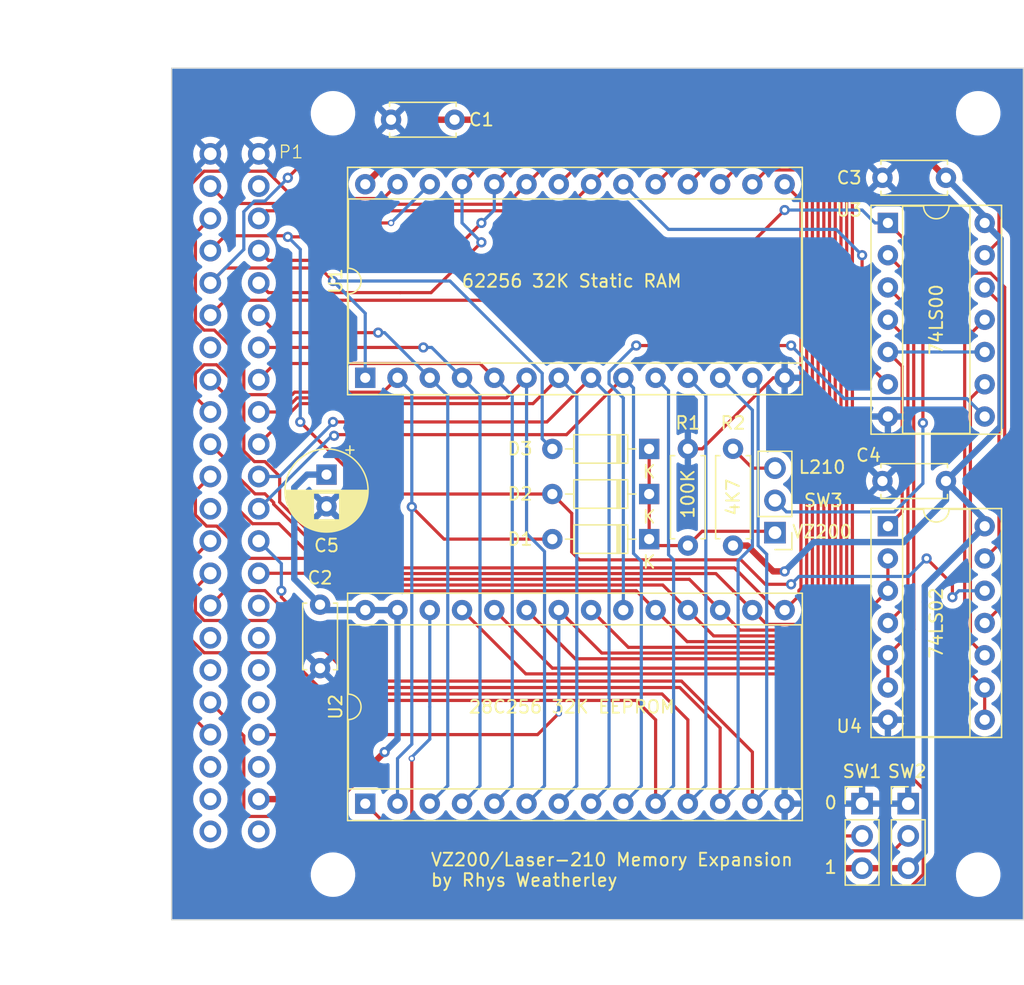
<source format=kicad_pcb>
(kicad_pcb (version 20221018) (generator pcbnew)
  (layers (0 "F.Cu" signal) (31 "B.Cu" signal) (34 "B.Paste" user) (35 "F.Paste" user) (36 "B.SilkS" user "B.Silkscreen") (37 "F.SilkS" user "F.Silkscreen") (38 "B.Mask" user) (39 "F.Mask" user) (44 "Edge.Cuts" user))
  (net 0 "")
  (net 1 "+5V")
  (net 2 "GND")
  (net 3 "Net-(D1-K)")
  (net 4 "/A12")
  (net 5 "/A13")
  (net 6 "/A14")
  (net 8 "/A10")
  (net 9 "/A9")
  (net 10 "/A8")
  (net 11 "/A7")
  (net 12 "/A6")
  (net 13 "/A5")
  (net 14 "/A4")
  (net 15 "/A3")
  (net 16 "/A2")
  (net 17 "/A1")
  (net 18 "/D2")
  (net 19 "/D7")
  (net 24 "~{RD}")
  (net 27 "/A11")
  (net 28 "/A15")
  (net 30 "/D4")
  (net 31 "/D3")
  (net 32 "/D5")
  (net 33 "/D6")
  (net 35 "/A0")
  (net 36 "/D0")
  (net 37 "/D1")
  (net 40 "~{MREQ}")
  (net 41 "~{WR}")
  (net 43 "+9V")
  (net 45 "Net-(SW3-C)")
  (net 46 "Net-(SW1-B)")
  (net 47 "Net-(SW2-B)")
  (net 48 "Net-(SW3-B)")
  (net 49 "RAM_CS")
  (net 50 "ROM_CS")
  (net 51 "Net-(U3-Pad3)")
  (net 52 "Net-(U3-Pad4)")
  (net 53 "Net-(U3-Pad10)")
  (net 54 "Net-(U3-Pad9)")
  (net 55 "Net-(U3-Pad11)")
  (net 56 "Net-(U3-Pad12)")
  (footprint "VZ200_Cartridge_Port:VZ200_Cartridge_Port" (layer "F.Cu") (at 108.453759 57.046)
    (fp_text reference "P1")
    (fp_text value "Cartridge Port")
  )
  (footprint "MountingHole:MountingHole_3mm" (layer "F.Cu") (at 162.56 58.928)
    (fp_text reference "H3" hide)
    (fp_text value "3mm")
  )
  (footprint "Package_DIP:DIP-14_W7.62mm_Socket" (layer "F.Cu") (at 155.448 91.44)
    (fp_text reference "U4")
    (fp_text value "74LS02")
  )
  (footprint "Connector_PinHeader_2.54mm:PinHeader_1x03_P2.54mm_Vertical" (layer "F.Cu") (at 153.416 113.284)
    (fp_text reference "SW1")
    (fp_text value "ROM A13")
  )
  (footprint "Package_DIP:DIP-14_W7.62mm_Socket" (layer "F.Cu") (at 155.448 67.564)
    (fp_text reference "U3")
    (fp_text value "74LS00")
  )
  (footprint "Diode_THT:D_DO-35_SOD27_P7.62mm_Horizontal" (layer "F.Cu") (at 136.652 92.456 180)
    (fp_text reference "D1")
    (fp_text value "BAT42")
  )
  (footprint "Diode_THT:D_DO-35_SOD27_P7.62mm_Horizontal" (layer "F.Cu") (at 136.652 88.906 180)
    (fp_text reference "D2")
    (fp_text value "BAT42")
  )
  (footprint "MountingHole:MountingHole_3mm" (layer "F.Cu") (at 111.76 118.872)
    (fp_text reference "H1" hide)
    (fp_text value "3mm")
  )
  (footprint "Capacitor_THT:C_Disc_D5.0mm_W2.5mm_P5.00mm" (layer "F.Cu") (at 160.02 87.884 180)
    (fp_text reference "C4")
    (fp_text value "100nF")
  )
  (footprint "Diode_THT:D_DO-35_SOD27_P7.62mm_Horizontal" (layer "F.Cu") (at 136.652 85.356 180)
    (fp_text reference "D3")
    (fp_text value "BAT42")
  )
  (footprint "Connector_PinHeader_2.54mm:PinHeader_1x03_P2.54mm_Vertical" (layer "F.Cu") (at 157.05 113.284)
    (fp_text reference "SW2")
    (fp_text value "ROM A14")
  )
  (footprint "Connector_PinHeader_2.54mm:PinHeader_1x03_P2.54mm_Vertical" (layer "F.Cu") (at 146.558 91.948 180)
    (fp_text reference "SW3")
    (fp_text value "RAM Start")
  )
  (footprint "Capacitor_THT:C_Disc_D5.0mm_W2.5mm_P5.00mm" (layer "F.Cu") (at 160.02 64.008 180)
    (fp_text reference "C3")
    (fp_text value "100nF")
  )
  (footprint "Capacitor_THT:CP_Radial_D6.3mm_P2.50mm" (layer "F.Cu") (at 111.252 87.376 -90)
    (fp_text reference "C5")
    (fp_text value "47uF")
  )
  (footprint "Resistor_THT:R_Axial_DIN0207_L6.3mm_D2.5mm_P7.62mm_Horizontal" (layer "F.Cu") (at 139.7 92.964 90)
    (fp_text reference "R1")
    (fp_text value "100K")
  )
  (footprint "MountingHole:MountingHole_3mm" (layer "F.Cu") (at 162.56 118.872)
    (fp_text reference "H4" hide)
    (fp_text value "3mm")
  )
  (footprint "Resistor_THT:R_Axial_DIN0207_L6.3mm_D2.5mm_P7.62mm_Horizontal" (layer "F.Cu") (at 143.256 92.964 90)
    (fp_text reference "R2")
    (fp_text value "4K7")
  )
  (footprint "Package_DIP:DIP-28_W15.24mm_Socket" (layer "F.Cu") (at 114.3 113.284 90)
    (fp_text reference "U2")
    (fp_text value "28C256 32K EEPROM")
  )
  (footprint "Package_DIP:DIP-28_W15.24mm_Socket" (layer "F.Cu") (at 114.3 79.756 90)
    (fp_text reference "U1")
    (fp_text value "62256 32K Static RAM")
  )
  (footprint "Capacitor_THT:C_Disc_D5.0mm_W2.5mm_P5.00mm" (layer "F.Cu") (at 121.332 59.436 180)
    (fp_text reference "C1")
    (fp_text value "100nF")
  )
  (footprint "Capacitor_THT:C_Disc_D5.0mm_W2.5mm_P5.00mm" (layer "F.Cu") (at 110.744 97.616 -90)
    (fp_text reference "C2")
    (fp_text value "100nF")
  )
  (footprint "MountingHole:MountingHole_3mm" (layer "F.Cu") (at 111.76 58.928)
    (fp_text reference "H2" hide)
    (fp_text value "3mm")
  )
  (gr_rect (start 99.06 55.372) (end 166.116 122.428) (stroke (width 0.1)) (fill none) (layer "Edge.Cuts"))
  (gr_text "L210" (at 148.336 87.376) (layer "F.SilkS") (effects (font (size 1 1)) (justify left bottom)))
  (gr_text "0" (at 150.368 113.792) (layer "F.SilkS") (effects (font (size 1 1)) (justify left bottom)))
  (gr_text "VZ200" (at 147.828 92.456) (layer "F.SilkS") (effects (font (size 1 1)) (justify left bottom)))
  (gr_text "1" (at 150.368 118.872) (layer "F.SilkS") (effects (font (size 1 1)) (justify left bottom)))
  (gr_text "VZ200/Laser-210 Memory Expansion\nby Rhys Weatherley" (at 119.38 119.888) (layer "F.SilkS") (effects (font (size 1 1)) (justify left bottom)))
  (segment (start 112.118 112.926) (end 115.824 109.22) (width 0.5) (layer "F.Cu") (net 1))
  (segment (start 144.38737 92.964) (end 143.256 92.964) (width 0.5) (layer "F.Cu") (net 1))
  (segment (start 116.637172 118.364) (end 153.416 118.364) (width 0.5) (layer "F.Cu") (net 1))
  (segment (start 123.511 59.436) (end 124.46 58.487) (width 0.5) (layer "F.Cu") (net 1))
  (segment (start 114.3 64.516) (end 119.38 59.436) (width 0.5) (layer "F.Cu") (net 1))
  (segment (start 105.913759 112.926) (end 111.199172 112.926) (width 0.5) (layer "F.Cu") (net 1))
  (segment (start 121.332 59.436) (end 123.511 59.436) (width 0.5) (layer "F.Cu") (net 1))
  (segment (start 119.38 59.436) (end 121.332 59.436) (width 0.5) (layer "F.Cu") (net 1))
  (segment (start 146.41937 94.996) (end 144.38737 92.964) (width 0.5) (layer "F.Cu") (net 1))
  (segment (start 154.499 58.487) (end 124.46 58.487) (width 0.5) (layer "F.Cu") (net 1))
  (segment (start 160.02 64.008) (end 154.499 58.487) (width 0.5) (layer "F.Cu") (net 1))
  (segment (start 147.32 94.996) (end 146.41937 94.996) (width 0.5) (layer "F.Cu") (net 1))
  (segment (start 153.416 118.364) (end 157.05 118.364) (width 0.5) (layer "F.Cu") (net 1))
  (segment (start 111.199172 112.926) (end 116.637172 118.364) (width 0.5) (layer "F.Cu") (net 1))
  (segment (start 111.199172 112.926) (end 112.118 112.926) (width 0.5) (layer "F.Cu") (net 1))
  (via (at 115.824 109.22) (size 0.8) (drill 0.4) (layers "F.Cu" "B.Cu") (net 1))
  (via (at 147.32 94.996) (size 0.8) (drill 0.4) (layers "F.Cu" "B.Cu") (net 1))
  (segment (start 108.712 95.584) (end 108.712 88.392) (width 0.5) (layer "B.Cu") (net 1))
  (segment (start 116.84 108.204) (end 116.84 98.044) (width 0.5) (layer "B.Cu") (net 1))
  (segment (start 115.824 109.22) (end 116.84 108.204) (width 0.5) (layer "B.Cu") (net 1))
  (segment (start 156.698 92.69) (end 149.626 92.69) (width 0.5) (layer "B.Cu") (net 1))
  (segment (start 163.068 91.44) (end 163.068 90.932) (width 0.5) (layer "B.Cu") (net 1))
  (segment (start 163.068 67.056) (end 160.02 64.008) (width 0.5) (layer "B.Cu") (net 1))
  (segment (start 111.172 98.044) (end 110.744 97.616) (width 0.5) (layer "B.Cu") (net 1))
  (segment (start 110.744 97.616) (end 108.712 95.584) (width 0.5) (layer "B.Cu") (net 1))
  (segment (start 109.728 87.376) (end 111.252 87.376) (width 0.5) (layer "B.Cu") (net 1))
  (segment (start 163.068 67.564) (end 163.068 67.056) (width 0.5) (layer "B.Cu") (net 1))
  (segment (start 164.318 68.814) (end 163.068 67.564) (width 0.5) (layer "B.Cu") (net 1))
  (segment (start 160.02 87.884) (end 164.318 83.586) (width 0.5) (layer "B.Cu") (net 1))
  (segment (start 160.02 89.368) (end 156.698 92.69) (width 0.5) (layer "B.Cu") (net 1))
  (segment (start 163.068 90.932) (end 160.02 87.884) (width 0.5) (layer "B.Cu") (net 1))
  (segment (start 114.3 98.044) (end 111.172 98.044) (width 0.5) (layer "B.Cu") (net 1))
  (segment (start 114.3 98.044) (end 116.84 98.044) (width 0.5) (layer "B.Cu") (net 1))
  (segment (start 158.35 96.158) (end 159.004 95.504) (width 0.5) (layer "B.Cu") (net 1))
  (segment (start 158.35 97.39) (end 158.35 117.064) (width 0.5) (layer "B.Cu") (net 1))
  (segment (start 158.35 97.39) (end 158.35 96.158) (width 0.5) (layer "B.Cu") (net 1))
  (segment (start 108.712 88.392) (end 109.728 87.376) (width 0.5) (layer "B.Cu") (net 1))
  (segment (start 159.004 95.504) (end 163.068 91.44) (width 0.5) (layer "B.Cu") (net 1))
  (segment (start 160.02 87.884) (end 160.02 89.368) (width 0.5) (layer "B.Cu") (net 1))
  (segment (start 158.35 117.064) (end 157.05 118.364) (width 0.5) (layer "B.Cu") (net 1))
  (segment (start 164.318 83.586) (end 164.318 68.814) (width 0.5) (layer "B.Cu") (net 1))
  (segment (start 149.626 92.69) (end 147.32 94.996) (width 0.5) (layer "B.Cu") (net 1))
  (segment (start 139.7 85.344) (end 140.83137 85.344) (width 0.25) (layer "F.Cu") (net 2))
  (segment (start 139.434 85.356) (end 139.446 85.344) (width 0.25) (layer "F.Cu") (net 2))
  (segment (start 146.41937 79.756) (end 147.32 79.756) (width 0.25) (layer "F.Cu") (net 2))
  (segment (start 140.83137 85.344) (end 146.41937 79.756) (width 0.25) (layer "F.Cu") (net 2))
  (segment (start 136.652 85.356) (end 136.652 88.906) (width 0.25) (layer "F.Cu") (net 3))
  (segment (start 136.652 92.456) (end 136.652 88.906) (width 0.25) (layer "F.Cu") (net 3))
  (segment (start 137.16 92.964) (end 136.652 92.456) (width 0.25) (layer "F.Cu") (net 3))
  (segment (start 146.558 91.948) (end 146.449 91.839) (width 0.25) (layer "F.Cu") (net 3))
  (segment (start 146.449 91.839) (end 140.825 91.839) (width 0.25) (layer "F.Cu") (net 3))
  (segment (start 139.7 92.964) (end 137.16 92.964) (width 0.25) (layer "F.Cu") (net 3))
  (segment (start 140.825 91.839) (end 139.7 92.964) (width 0.25) (layer "F.Cu") (net 3))
  (segment (start 108.738967 80.888) (end 108.545967 81.081) (width 0.25) (layer "F.Cu") (net 4))
  (segment (start 101.617058 76.001) (end 100.928759 75.312701) (width 0.25) (layer "F.Cu") (net 4))
  (segment (start 129.032 92.456) (end 120.505 92.456) (width 0.25) (layer "F.Cu") (net 4))
  (segment (start 116.84 79.756) (end 115.708 80.888) (width 0.25) (layer "F.Cu") (net 4))
  (segment (start 104.957 81.081) (end 104.738759 80.862759) (width 0.25) (layer "F.Cu") (net 4))
  (segment (start 102.417 76.001) (end 101.617058 76.001) (width 0.25) (layer "F.Cu") (net 4))
  (segment (start 104.738759 80.862759) (end 104.738759 78.322759) (width 0.25) (layer "F.Cu") (net 4))
  (segment (start 108.545967 81.081) (end 104.957 81.081) (width 0.25) (layer "F.Cu") (net 4))
  (segment (start 104.738759 78.322759) (end 102.417 76.001) (width 0.25) (layer "F.Cu") (net 4))
  (segment (start 100.928759 75.312701) (end 100.928759 68.381) (width 0.25) (layer "F.Cu") (net 4))
  (segment (start 100.928759 68.381) (end 102.103759 67.206) (width 0.25) (layer "F.Cu") (net 4))
  (segment (start 120.505 92.456) (end 117.965 89.916) (width 0.25) (layer "F.Cu") (net 4))
  (segment (start 115.708 80.888) (end 108.738967 80.888) (width 0.25) (layer "F.Cu") (net 4))
  (via (at 117.965 89.916) (size 0.8) (drill 0.4) (layers "F.Cu" "B.Cu") (net 4))
  (segment (start 117.965 80.881) (end 117.965 89.916) (width 0.25) (layer "B.Cu") (net 4))
  (segment (start 116.84 79.756) (end 117.965 80.881) (width 0.25) (layer "B.Cu") (net 4))
  (segment (start 117.965 89.916) (end 117.965 108.603) (width 0.25) (layer "B.Cu") (net 4))
  (segment (start 117.965 108.603) (end 116.84 109.728) (width 0.25) (layer "B.Cu") (net 4))
  (segment (start 116.84 109.728) (end 116.84 113.284) (width 0.25) (layer "B.Cu") (net 4))
  (segment (start 110.236 67.564) (end 116.332 67.564) (width 0.25) (layer "F.Cu") (net 5))
  (segment (start 109.141 68.659) (end 110.236 67.564) (width 0.25) (layer "F.Cu") (net 5))
  (segment (start 131.173 94.089) (end 143.873 94.089) (width 0.25) (layer "F.Cu") (net 5))
  (segment (start 160.528 96.012) (end 160.528 97.028) (width 0.25) (layer "F.Cu") (net 5))
  (segment (start 143.873 94.089) (end 145.288 95.504) (width 0.25) (layer "F.Cu") (net 5))
  (segment (start 114.859726 88.906) (end 129.032 88.906) (width 0.25) (layer "F.Cu") (net 5))
  (segment (start 109.184723 83.230997) (end 114.859726 88.906) (width 0.25) (layer "F.Cu") (net 5))
  (segment (start 108.116 68.571) (end 108.204 68.659) (width 0.25) (layer "F.Cu") (net 5))
  (segment (start 103.278759 68.571) (end 108.116 68.571) (width 0.25) (layer "F.Cu") (net 5))
  (segment (start 130.556 93.472) (end 131.173 94.089) (width 0.25) (layer "F.Cu") (net 5))
  (segment (start 158.496 93.98) (end 160.528 96.012) (width 0.25) (layer "F.Cu") (net 5))
  (segment (start 129.032 88.906) (end 130.556 90.43) (width 0.25) (layer "F.Cu") (net 5))
  (segment (start 102.103759 69.746) (end 103.278759 68.571) (width 0.25) (layer "F.Cu") (net 5))
  (segment (start 145.796 96.012) (end 147.828 96.012) (width 0.25) (layer "F.Cu") (net 5))
  (segment (start 108.204 68.659) (end 109.141 68.659) (width 0.25) (layer "F.Cu") (net 5))
  (segment (start 145.288 95.504) (end 145.796 96.012) (width 0.25) (layer "F.Cu") (net 5))
  (segment (start 130.556 90.43) (end 130.556 93.472) (width 0.25) (layer "F.Cu") (net 5))
  (via (at 116.332 67.564) (size 0.5) (drill 0.3) (layers "F.Cu" "B.Cu") (net 5))
  (via (at 160.528 97.028) (size 0.8) (drill 0.4) (layers "F.Cu" "B.Cu") (net 5))
  (via (at 108.204 68.659) (size 0.8) (drill 0.4) (layers "F.Cu" "B.Cu") (net 5))
  (via (at 109.184723 83.230997) (size 0.8) (drill 0.4) (layers "F.Cu" "B.Cu") (net 5))
  (via (at 158.496 93.98) (size 0.8) (drill 0.4) (layers "F.Cu" "B.Cu") (net 5))
  (via (at 147.828 96.012) (size 0.8) (drill 0.4) (layers "F.Cu" "B.Cu") (net 5))
  (segment (start 147.828 96.012) (end 148.445 95.395) (width 0.25) (layer "B.Cu") (net 5))
  (segment (start 160.528 97.028) (end 161.036 96.52) (width 0.25) (layer "B.Cu") (net 5))
  (segment (start 116.332 67.564) (end 119.38 64.516) (width 0.25) (layer "B.Cu") (net 5))
  (segment (start 109.184723 69.639723) (end 108.204 68.659) (width 0.25) (layer "B.Cu") (net 5))
  (segment (start 148.445 95.395) (end 157.081 95.395) (width 0.25) (layer "B.Cu") (net 5))
  (segment (start 161.036 96.52) (end 163.068 96.52) (width 0.25) (layer "B.Cu") (net 5))
  (segment (start 157.081 95.395) (end 158.496 93.98) (width 0.25) (layer "B.Cu") (net 5))
  (segment (start 109.184723 83.230997) (end 109.184723 69.639723) (width 0.25) (layer "B.Cu") (net 5))
  (segment (start 164.193 68.979) (end 163.068 70.104) (width 0.25) (layer "F.Cu") (net 6))
  (segment (start 114.808 62.992) (end 119.888 57.912) (width 0.25) (layer "F.Cu") (net 6))
  (segment (start 155.956 57.912) (end 164.193 66.149) (width 0.25) (layer "F.Cu") (net 6))
  (segment (start 110.735 71.111) (end 111.76 72.136) (width 0.25) (layer "F.Cu") (net 6))
  (segment (start 119.888 57.912) (end 155.956 57.912) (width 0.25) (layer "F.Cu") (net 6))
  (segment (start 164.193 66.149) (end 164.193 68.979) (width 0.25) (layer "F.Cu") (net 6))
  (segment (start 108.204 64.008) (end 109.249 62.963) (width 0.25) (layer "F.Cu") (net 6))
  (segment (start 103.278759 71.111) (end 110.735 71.111) (width 0.25) (layer "F.Cu") (net 6))
  (segment (start 102.103759 72.286) (end 103.278759 71.111) (width 0.25) (layer "F.Cu") (net 6))
  (segment (start 114.779 62.963) (end 114.808 62.992) (width 0.25) (layer "F.Cu") (net 6))
  (segment (start 109.249 62.963) (end 114.779 62.963) (width 0.25) (layer "F.Cu") (net 6))
  (via (at 108.204 64.008) (size 0.8) (drill 0.4) (layers "F.Cu" "B.Cu") (net 6))
  (via (at 111.76 72.136) (size 0.8) (drill 0.4) (layers "F.Cu" "B.Cu") (net 6))
  (segment (start 106.40046 65.841) (end 108.204 64.03746) (width 0.25) (layer "B.Cu") (net 6))
  (segment (start 114.3 74.676) (end 114.3 79.756) (width 0.25) (layer "B.Cu") (net 6))
  (segment (start 120.970991 72.136) (end 111.76 72.136) (width 0.25) (layer "B.Cu") (net 6))
  (segment (start 104.738759 69.651) (end 104.738759 66.678241) (width 0.25) (layer "B.Cu") (net 6))
  (segment (start 102.103759 72.286) (end 104.738759 69.651) (width 0.25) (layer "B.Cu") (net 6))
  (segment (start 129.032 85.356) (end 128.232001 84.556001) (width 0.25) (layer "B.Cu") (net 6))
  (segment (start 105.576 65.841) (end 106.40046 65.841) (width 0.25) (layer "B.Cu") (net 6))
  (segment (start 128.232001 79.39701) (end 120.970991 72.136) (width 0.25) (layer "B.Cu") (net 6))
  (segment (start 111.76 72.136) (end 114.3 74.676) (width 0.25) (layer "B.Cu") (net 6))
  (segment (start 108.204 64.03746) (end 108.204 64.008) (width 0.25) (layer "B.Cu") (net 6))
  (segment (start 104.738759 66.678241) (end 105.576 65.841) (width 0.25) (layer "B.Cu") (net 6))
  (segment (start 128.232001 84.556001) (end 128.232001 79.39701) (width 0.25) (layer "B.Cu") (net 6))
  (segment (start 135.012 100.976) (end 132.08 98.044) (width 0.25) (layer "F.Cu") (net 8))
  (segment (start 129.99 66.606) (end 132.08 64.516) (width 0.25) (layer "F.Cu") (net 8))
  (segment (start 105.913759 67.206) (end 106.513759 66.606) (width 0.25) (layer "F.Cu") (net 8))
  (segment (start 106.513759 66.606) (end 129.99 66.606) (width 0.25) (layer "F.Cu") (net 8))
  (segment (start 150.853 63.471416) (end 150.853 97.264996) (width 0.25) (layer "F.Cu") (net 8))
  (segment (start 148.849584 61.468) (end 150.853 63.471416) (width 0.25) (layer "F.Cu") (net 8))
  (segment (start 132.08 64.516) (end 135.128 61.468) (width 0.25) (layer "F.Cu") (net 8))
  (segment (start 150.695 100.385396) (end 150.104396 100.976) (width 0.25) (layer "F.Cu") (net 8))
  (segment (start 150.853 97.264996) (end 150.695 97.422996) (width 0.25) (layer "F.Cu") (net 8))
  (segment (start 135.128 61.468) (end 148.849584 61.468) (width 0.25) (layer "F.Cu") (net 8))
  (segment (start 150.695 97.422996) (end 150.695 100.385396) (width 0.25) (layer "F.Cu") (net 8))
  (segment (start 150.104396 100.976) (end 135.012 100.976) (width 0.25) (layer "F.Cu") (net 8))
  (segment (start 124.46 64.516) (end 129.032 59.944) (width 0.25) (layer "F.Cu") (net 9))
  (segment (start 149.234772 59.944) (end 152.203 62.912228) (width 0.25) (layer "F.Cu") (net 9))
  (segment (start 152.203 97.824184) (end 152.045 97.982184) (width 0.25) (layer "F.Cu") (net 9))
  (segment (start 106.675758 70.507999) (end 120.500001 70.507999) (width 0.25) (layer "F.Cu") (net 9))
  (segment (start 129.032 102.616) (end 124.46 98.044) (width 0.25) (layer "F.Cu") (net 9))
  (segment (start 152.045 100.944584) (end 150.373584 102.616) (width 0.25) (layer "F.Cu") (net 9))
  (segment (start 150.373584 102.616) (end 129.032 102.616) (width 0.25) (layer "F.Cu") (net 9))
  (segment (start 152.203 62.912228) (end 152.203 97.824184) (width 0.25) (layer "F.Cu") (net 9))
  (segment (start 129.032 59.944) (end 149.234772 59.944) (width 0.25) (layer "F.Cu") (net 9))
  (segment (start 105.913759 69.746) (end 106.675758 70.507999) (width 0.25) (layer "F.Cu") (net 9))
  (segment (start 152.045 97.982184) (end 152.045 100.944584) (width 0.25) (layer "F.Cu") (net 9))
  (segment (start 120.500001 70.507999) (end 123.444 67.564) (width 0.25) (layer "F.Cu") (net 9))
  (via (at 123.444 67.564) (size 0.8) (drill 0.4) (layers "F.Cu" "B.Cu") (net 9))
  (segment (start 123.444 67.564) (end 124.46 66.548) (width 0.25) (layer "B.Cu") (net 9))
  (segment (start 124.46 66.548) (end 124.46 64.516) (width 0.25) (layer "B.Cu") (net 9))
  (segment (start 119.484001 73.047999) (end 123.444 69.088) (width 0.25) (layer "F.Cu") (net 10))
  (segment (start 126.942 103.066) (end 121.92 98.044) (width 0.25) (layer "F.Cu") (net 10))
  (segment (start 117.0565 73.047999) (end 119.484001 73.047999) (width 0.25) (layer "F.Cu") (net 10))
  (segment (start 106.675758 73.047999) (end 117.0565 73.047999) (width 0.25) (layer "F.Cu") (net 10))
  (segment (start 152.495 101.13098) (end 150.55998 103.066) (width 0.25) (layer "F.Cu") (net 10))
  (segment (start 150.55998 103.066) (end 126.942 103.066) (width 0.25) (layer "F.Cu") (net 10))
  (segment (start 126.942 59.494) (end 149.421168 59.494) (width 0.25) (layer "F.Cu") (net 10))
  (segment (start 149.421168 59.494) (end 152.653 62.725832) (width 0.25) (layer "F.Cu") (net 10))
  (segment (start 152.653 98.01058) (end 152.495 98.16858) (width 0.25) (layer "F.Cu") (net 10))
  (segment (start 121.92 64.516) (end 126.942 59.494) (width 0.25) (layer "F.Cu") (net 10))
  (segment (start 105.913759 72.286) (end 106.675758 73.047999) (width 0.25) (layer "F.Cu") (net 10))
  (segment (start 152.653 62.725832) (end 152.653 98.01058) (width 0.25) (layer "F.Cu") (net 10))
  (segment (start 152.495 98.16858) (end 152.495 101.13098) (width 0.25) (layer "F.Cu") (net 10))
  (via (at 123.444 69.088) (size 0.8) (drill 0.4) (layers "F.Cu" "B.Cu") (net 10))
  (segment (start 121.92 67.564) (end 121.92 64.516) (width 0.25) (layer "B.Cu") (net 10))
  (segment (start 123.444 69.088) (end 121.92 67.564) (width 0.25) (layer "B.Cu") (net 10))
  (segment (start 107.287759 76.2) (end 115.316 76.2) (width 0.25) (layer "F.Cu") (net 11))
  (segment (start 105.913759 74.826) (end 107.287759 76.2) (width 0.25) (layer "F.Cu") (net 11))
  (via (at 115.316 76.2) (size 0.8) (drill 0.4) (layers "F.Cu" "B.Cu") (net 11))
  (segment (start 119.38 79.756) (end 115.824 76.2) (width 0.25) (layer "B.Cu") (net 11))
  (segment (start 115.824 76.2) (end 115.316 76.2) (width 0.25) (layer "B.Cu") (net 11))
  (segment (start 120.795 81.171) (end 119.38 79.756) (width 0.25) (layer "B.Cu") (net 11))
  (segment (start 119.38 113.284) (end 120.795 111.869) (width 0.25) (layer "B.Cu") (net 11))
  (segment (start 120.795 111.869) (end 120.795 81.171) (width 0.25) (layer "B.Cu") (net 11))
  (segment (start 105.913759 77.366) (end 118.872 77.366) (width 0.25) (layer "F.Cu") (net 12))
  (via (at 118.872 77.366) (size 0.8) (drill 0.4) (layers "F.Cu" "B.Cu") (net 12))
  (segment (start 121.92 79.756) (end 119.53 77.366) (width 0.25) (layer "B.Cu") (net 12))
  (segment (start 123.335 111.869) (end 123.335 81.171) (width 0.25) (layer "B.Cu") (net 12))
  (segment (start 121.92 113.284) (end 123.335 111.869) (width 0.25) (layer "B.Cu") (net 12))
  (segment (start 119.53 77.366) (end 118.872 77.366) (width 0.25) (layer "B.Cu") (net 12))
  (segment (start 123.335 81.171) (end 121.92 79.756) (width 0.25) (layer "B.Cu") (net 12))
  (segment (start 105.913759 79.906) (end 107.188759 78.631) (width 0.25) (layer "F.Cu") (net 13))
  (segment (start 107.188759 78.631) (end 123.335 78.631) (width 0.25) (layer "F.Cu") (net 13))
  (segment (start 123.335 78.631) (end 124.46 79.756) (width 0.25) (layer "F.Cu") (net 13))
  (segment (start 125.875 111.869) (end 125.875 81.171) (width 0.25) (layer "B.Cu") (net 13))
  (segment (start 125.875 81.171) (end 124.46 79.756) (width 0.25) (layer "B.Cu") (net 13))
  (segment (start 124.46 113.284) (end 125.875 111.869) (width 0.25) (layer "B.Cu") (net 13))
  (segment (start 108.925363 81.338) (end 125.418 81.338) (width 0.25) (layer "F.Cu") (net 14))
  (segment (start 107.817363 82.446) (end 108.925363 81.338) (width 0.25) (layer "F.Cu") (net 14))
  (segment (start 105.913759 82.446) (end 107.817363 82.446) (width 0.25) (layer "F.Cu") (net 14))
  (segment (start 125.418 81.338) (end 127 79.756) (width 0.25) (layer "F.Cu") (net 14))
  (segment (start 127 113.284) (end 128.415 111.869) (width 0.25) (layer "B.Cu") (net 14))
  (segment (start 128.415 111.869) (end 128.415 93.429991) (width 0.25) (layer "B.Cu") (net 14))
  (segment (start 128.415 93.429991) (end 127 92.014991) (width 0.25) (layer "B.Cu") (net 14))
  (segment (start 127 92.014991) (end 127 79.756) (width 0.25) (layer "B.Cu") (net 14))
  (segment (start 105.913759 84.986) (end 109.111759 81.788) (width 0.25) (layer "F.Cu") (net 15))
  (segment (start 109.111759 81.788) (end 127.508 81.788) (width 0.25) (layer "F.Cu") (net 15))
  (segment (start 127.508 81.788) (end 129.54 79.756) (width 0.25) (layer "F.Cu") (net 15))
  (segment (start 130.955 81.171) (end 129.54 79.756) (width 0.25) (layer "B.Cu") (net 15))
  (segment (start 130.955 111.869) (end 130.955 81.171) (width 0.25) (layer "B.Cu") (net 15))
  (segment (start 129.54 113.284) (end 130.955 111.869) (width 0.25) (layer "B.Cu") (net 15))
  (segment (start 128.604503 83.231497) (end 132.08 79.756) (width 0.25) (layer "F.Cu") (net 16))
  (segment (start 111.76 83.231497) (end 128.604503 83.231497) (width 0.25) (layer "F.Cu") (net 16))
  (via (at 111.76 83.231497) (size 0.8) (drill 0.4) (layers "F.Cu" "B.Cu") (net 16))
  (segment (start 132.08 113.284) (end 133.495 111.869) (width 0.25) (layer "B.Cu") (net 16))
  (segment (start 111.76 83.312) (end 111.76 83.231497) (width 0.25) (layer "B.Cu") (net 16))
  (segment (start 105.913759 87.526) (end 107.546 87.526) (width 0.25) (layer "B.Cu") (net 16))
  (segment (start 107.546 87.526) (end 111.76 83.312) (width 0.25) (layer "B.Cu") (net 16))
  (segment (start 133.495 111.869) (end 133.495 81.171) (width 0.25) (layer "B.Cu") (net 16))
  (segment (start 133.495 81.171) (end 132.08 79.756) (width 0.25) (layer "B.Cu") (net 16))
  (segment (start 134.62 79.756) (end 130.145 84.231) (width 0.25) (layer "F.Cu") (net 17))
  (segment (start 130.145 84.231) (end 111.937016 84.231) (width 0.25) (layer "F.Cu") (net 17))
  (segment (start 111.937016 84.231) (end 111.848508 84.319508) (width 0.25) (layer "F.Cu") (net 17))
  (via (at 111.848508 84.319508) (size 0.8) (drill 0.4) (layers "F.Cu" "B.Cu") (net 17))
  (segment (start 111.660251 84.319508) (end 111.848508 84.319508) (width 0.25) (layer "B.Cu") (net 17))
  (segment (start 136.035 111.869) (end 136.035 94.198) (width 0.25) (layer "B.Cu") (net 17))
  (segment (start 105.913759 90.066) (end 111.660251 84.319508) (width 0.25) (layer "B.Cu") (net 17))
  (segment (start 135.419999 80.555999) (end 134.62 79.756) (width 0.25) (layer "B.Cu") (net 17))
  (segment (start 136.035 94.198) (end 135.419999 93.582999) (width 0.25) (layer "B.Cu") (net 17))
  (segment (start 135.419999 93.582999) (end 135.419999 80.555999) (width 0.25) (layer "B.Cu") (net 17))
  (segment (start 134.62 113.284) (end 136.035 111.869) (width 0.25) (layer "B.Cu") (net 17))
  (segment (start 139.192 103.632) (end 144.78 109.22) (width 0.25) (layer "F.Cu") (net 18))
  (segment (start 107.696 96.52) (end 107.696 97.028) (width 0.25) (layer "F.Cu") (net 18))
  (segment (start 107.696 97.028) (end 114.3 103.632) (width 0.25) (layer "F.Cu") (net 18))
  (segment (start 114.3 103.632) (end 139.192 103.632) (width 0.25) (layer "F.Cu") (net 18))
  (segment (start 144.78 109.22) (end 144.78 113.284) (width 0.25) (layer "F.Cu") (net 18))
  (via (at 107.696 96.52) (size 0.8) (drill 0.4) (layers "F.Cu" "B.Cu") (net 18))
  (segment (start 107.696 94.388241) (end 107.696 96.52) (width 0.25) (layer "B.Cu") (net 18))
  (segment (start 145.23 80.206) (end 144.78 79.756) (width 0.25) (layer "B.Cu") (net 18))
  (segment (start 144.78 113.284) (end 145.905 112.159) (width 0.25) (layer "B.Cu") (net 18))
  (segment (start 145.23 92.97) (end 145.23 80.206) (width 0.25) (layer "B.Cu") (net 18))
  (segment (start 105.913759 92.606) (end 107.696 94.388241) (width 0.25) (layer "B.Cu") (net 18))
  (segment (start 145.905 93.645) (end 145.23 92.97) (width 0.25) (layer "B.Cu") (net 18))
  (segment (start 145.905 112.159) (end 145.905 93.645) (width 0.25) (layer "B.Cu") (net 18))
  (segment (start 137.16 64.516) (end 139.635 62.041) (width 0.25) (layer "F.Cu") (net 19))
  (segment (start 135.636 96.52) (end 137.16 98.044) (width 0.25) (layer "F.Cu") (net 19))
  (segment (start 139.642 100.526) (end 137.16 98.044) (width 0.25) (layer "F.Cu") (net 19))
  (segment (start 150.245 97.2366) (end 150.245 100.199) (width 0.25) (layer "F.Cu") (net 19))
  (segment (start 113.792 96.52) (end 135.636 96.52) (width 0.25) (layer "F.Cu") (net 19))
  (segment (start 105.913759 95.146) (end 112.418 95.146) (width 0.25) (layer "F.Cu") (net 19))
  (segment (start 139.635 62.041) (end 148.786188 62.041) (width 0.25) (layer "F.Cu") (net 19))
  (segment (start 149.918 100.526) (end 139.642 100.526) (width 0.25) (layer "F.Cu") (net 19))
  (segment (start 148.786188 62.041) (end 150.403 63.657812) (width 0.25) (layer "F.Cu") (net 19))
  (segment (start 150.245 100.199) (end 149.918 100.526) (width 0.25) (layer "F.Cu") (net 19))
  (segment (start 112.418 95.146) (end 113.792 96.52) (width 0.25) (layer "F.Cu") (net 19))
  (segment (start 150.403 97.0786) (end 150.245 97.2366) (width 0.25) (layer "F.Cu") (net 19))
  (segment (start 150.403 63.657812) (end 150.403 97.0786) (width 0.25) (layer "F.Cu") (net 19))
  (segment (start 127.866 107.846) (end 129.54 106.172) (width 0.25) (layer "F.Cu") (net 24))
  (segment (start 150.290792 101.426) (end 132.922 101.426) (width 0.25) (layer "F.Cu") (net 24))
  (segment (start 151.303 63.28502) (end 151.303 97.451392) (width 0.25) (layer "F.Cu") (net 24))
  (segment (start 151.145 100.571792) (end 150.290792 101.426) (width 0.25) (layer "F.Cu") (net 24))
  (segment (start 133.096 60.96) (end 148.97798 60.96) (width 0.25) (layer "F.Cu") (net 24))
  (segment (start 129.54 64.516) (end 133.096 60.96) (width 0.25) (layer "F.Cu") (net 24))
  (segment (start 148.97798 60.96) (end 151.303 63.28502) (width 0.25) (layer "F.Cu") (net 24))
  (segment (start 132.922 101.426) (end 129.54 98.044) (width 0.25) (layer "F.Cu") (net 24))
  (segment (start 105.913759 107.846) (end 127.866 107.846) (width 0.25) (layer "F.Cu") (net 24))
  (segment (start 151.145 97.609392) (end 151.145 100.571792) (width 0.25) (layer "F.Cu") (net 24))
  (segment (start 151.303 97.451392) (end 151.145 97.609392) (width 0.25) (layer "F.Cu") (net 24))
  (via (at 129.54 106.172) (size 0.5) (drill 0.3) (layers "F.Cu" "B.Cu") (net 24))
  (segment (start 129.54 106.172) (end 129.54 98.044) (width 0.25) (layer "B.Cu") (net 24))
  (segment (start 151.753 97.637788) (end 151.595 97.795788) (width 0.25) (layer "F.Cu") (net 27))
  (segment (start 102.103759 64.666) (end 103.468759 66.031) (width 0.25) (layer "F.Cu") (net 27))
  (segment (start 127 64.516) (end 131.064 60.452) (width 0.25) (layer "F.Cu") (net 27))
  (segment (start 130.832 101.876) (end 127 98.044) (width 0.25) (layer "F.Cu") (net 27))
  (segment (start 151.595 97.795788) (end 151.595 100.758188) (width 0.25) (layer "F.Cu") (net 27))
  (segment (start 151.753 63.098624) (end 151.753 97.637788) (width 0.25) (layer "F.Cu") (net 27))
  (segment (start 150.477188 101.876) (end 130.832 101.876) (width 0.25) (layer "F.Cu") (net 27))
  (segment (start 108.144 66.031) (end 108.204 66.091) (width 0.25) (layer "F.Cu") (net 27))
  (segment (start 151.595 100.758188) (end 150.477188 101.876) (width 0.25) (layer "F.Cu") (net 27))
  (segment (start 108.204 66.091) (end 125.425 66.091) (width 0.25) (layer "F.Cu") (net 27))
  (segment (start 149.106376 60.452) (end 151.753 63.098624) (width 0.25) (layer "F.Cu") (net 27))
  (segment (start 125.425 66.091) (end 127 64.516) (width 0.25) (layer "F.Cu") (net 27))
  (segment (start 131.064 60.452) (end 149.106376 60.452) (width 0.25) (layer "F.Cu") (net 27))
  (segment (start 103.468759 66.031) (end 108.144 66.031) (width 0.25) (layer "F.Cu") (net 27))
  (segment (start 103.278759 73.651) (end 140.217 73.651) (width 0.25) (layer "F.Cu") (net 28))
  (segment (start 163.068 99.06) (end 164.643 97.485) (width 0.25) (layer "F.Cu") (net 28))
  (segment (start 140.217 73.651) (end 147.32 66.548) (width 0.25) (layer "F.Cu") (net 28))
  (segment (start 163.533991 71.519) (end 159.403 71.519) (width 0.25) (layer "F.Cu") (net 28))
  (segment (start 164.643 72.628009) (end 163.533991 71.519) (width 0.25) (layer "F.Cu") (net 28))
  (segment (start 159.403 71.519) (end 155.448 67.564) (width 0.25) (layer "F.Cu") (net 28))
  (segment (start 164.643 97.485) (end 164.643 72.628009) (width 0.25) (layer "F.Cu") (net 28))
  (segment (start 102.103759 74.826) (end 103.278759 73.651) (width 0.25) (layer "F.Cu") (net 28))
  (via (at 147.32 66.548) (size 0.8) (drill 0.4) (layers "F.Cu" "B.Cu") (net 28))
  (segment (start 154.432 67.564) (end 155.448 67.564) (width 0.25) (layer "B.Cu") (net 28))
  (segment (start 147.32 66.548) (end 153.416 66.548) (width 0.25) (layer "B.Cu") (net 28))
  (segment (start 153.416 66.548) (end 154.432 67.564) (width 0.25) (layer "B.Cu") (net 28))
  (segment (start 107.088759 89.703749) (end 110.40701 93.022) (width 0.25) (layer "F.Cu") (net 30))
  (segment (start 144.78 64.516) (end 145.905 63.391) (width 0.25) (layer "F.Cu") (net 30))
  (segment (start 104.288757 87.562699) (end 105.617058 88.891) (width 0.25) (layer "F.Cu") (net 30))
  (segment (start 105.617058 88.891) (end 106.40046 88.891) (width 0.25) (layer "F.Cu") (net 30))
  (segment (start 114.982 95.17) (end 141.906 95.17) (width 0.25) (layer "F.Cu") (net 30))
  (segment (start 145.905 99.169) (end 144.78 98.044) (width 0.25) (layer "F.Cu") (net 30))
  (segment (start 106.40046 88.891) (end 107.088759 89.579299) (width 0.25) (layer "F.Cu") (net 30))
  (segment (start 110.40701 93.022) (end 112.834 93.022) (width 0.25) (layer "F.Cu") (net 30))
  (segment (start 112.834 93.022) (end 114.982 95.17) (width 0.25) (layer "F.Cu") (net 30))
  (segment (start 149.053 96.519412) (end 148.895 96.677412) (width 0.25) (layer "F.Cu") (net 30))
  (segment (start 148.227 63.391) (end 149.053 64.217) (width 0.25) (layer "F.Cu") (net 30))
  (segment (start 141.906 95.17) (end 144.78 98.044) (width 0.25) (layer "F.Cu") (net 30))
  (segment (start 149.053 64.217) (end 149.053 96.519412) (width 0.25) (layer "F.Cu") (net 30))
  (segment (start 148.227 99.169) (end 145.905 99.169) (width 0.25) (layer "F.Cu") (net 30))
  (segment (start 107.088759 89.579299) (end 107.088759 89.703749) (width 0.25) (layer "F.Cu") (net 30))
  (segment (start 148.895 96.677412) (end 148.895 98.501) (width 0.25) (layer "F.Cu") (net 30))
  (segment (start 148.895 98.501) (end 148.227 99.169) (width 0.25) (layer "F.Cu") (net 30))
  (segment (start 145.905 63.391) (end 148.227 63.391) (width 0.25) (layer "F.Cu") (net 30))
  (segment (start 104.288757 82.090998) (end 104.288757 87.562699) (width 0.25) (layer "F.Cu") (net 30))
  (segment (start 102.103759 79.906) (end 104.288757 82.090998) (width 0.25) (layer "F.Cu") (net 30))
  (segment (start 115.168396 94.72) (end 143.359604 94.72) (width 0.25) (layer "F.Cu") (net 31))
  (segment (start 100.928759 79.419299) (end 101.617058 78.731) (width 0.25) (layer "F.Cu") (net 31))
  (segment (start 107.562703 87.513243) (end 107.562703 89.541297) (width 0.25) (layer "F.Cu") (net 31))
  (segment (start 100.928759 81.271) (end 100.928759 79.419299) (width 0.25) (layer "F.Cu") (net 31))
  (segment (start 101.617058 78.731) (end 102.59046 78.731) (width 0.25) (layer "F.Cu") (net 31))
  (segment (start 102.59046 78.731) (end 104.288759 80.429299) (width 0.25) (layer "F.Cu") (net 31))
  (segment (start 110.356703 92.335297) (end 112.783693 92.335297) (width 0.25) (layer "F.Cu") (net 31))
  (segment (start 104.738759 81.499155) (end 104.738759 85.513759) (width 0.25) (layer "F.Cu") (net 31))
  (segment (start 148.445 96.919) (end 147.32 98.044) (width 0.25) (layer "F.Cu") (net 31))
  (segment (start 148.603 65.799) (end 148.603 96.333016) (width 0.25) (layer "F.Cu") (net 31))
  (segment (start 148.445 96.491016) (end 148.445 96.919) (width 0.25) (layer "F.Cu") (net 31))
  (segment (start 104.288759 80.429299) (end 104.288759 81.049155) (width 0.25) (layer "F.Cu") (net 31))
  (segment (start 112.783693 92.335297) (end 115.168396 94.72) (width 0.25) (layer "F.Cu") (net 31))
  (segment (start 143.359604 94.72) (end 146.683604 98.044) (width 0.25) (layer "F.Cu") (net 31))
  (segment (start 105.576 86.351) (end 106.40046 86.351) (width 0.25) (layer "F.Cu") (net 31))
  (segment (start 104.738759 85.513759) (end 105.576 86.351) (width 0.25) (layer "F.Cu") (net 31))
  (segment (start 104.288759 81.049155) (end 104.738759 81.499155) (width 0.25) (layer "F.Cu") (net 31))
  (segment (start 102.103759 82.446) (end 100.928759 81.271) (width 0.25) (layer "F.Cu") (net 31))
  (segment (start 146.683604 98.044) (end 147.32 98.044) (width 0.25) (layer "F.Cu") (net 31))
  (segment (start 147.32 64.516) (end 148.603 65.799) (width 0.25) (layer "F.Cu") (net 31))
  (segment (start 148.603 96.333016) (end 148.445 96.491016) (width 0.25) (layer "F.Cu") (net 31))
  (segment (start 107.562703 89.541297) (end 110.356703 92.335297) (width 0.25) (layer "F.Cu") (net 31))
  (segment (start 106.40046 86.351) (end 107.562703 87.513243) (width 0.25) (layer "F.Cu") (net 31))
  (segment (start 149.503 64.030604) (end 149.503 96.705808) (width 0.25) (layer "F.Cu") (net 32))
  (segment (start 143.815 99.619) (end 142.24 98.044) (width 0.25) (layer "F.Cu") (net 32))
  (segment (start 102.103759 84.986) (end 103.640759 86.523) (width 0.25) (layer "F.Cu") (net 32))
  (segment (start 112.396396 93.472) (end 114.544396 95.62) (width 0.25) (layer "F.Cu") (net 32))
  (segment (start 103.640759 86.523) (end 103.640759 89.408) (width 0.25) (layer "F.Cu") (net 32))
  (segment (start 103.640759 89.408) (end 103.640759 89.495759) (width 0.25) (layer "F.Cu") (net 32))
  (segment (start 103.640759 89.454701) (end 105.427058 91.241) (width 0.25) (layer "F.Cu") (net 32))
  (segment (start 143.815 62.941) (end 148.413396 62.941) (width 0.25) (layer "F.Cu") (net 32))
  (segment (start 114.544396 95.62) (end 139.816 95.62) (width 0.25) (layer "F.Cu") (net 32))
  (segment (start 149.503 96.705808) (end 149.345 96.863808) (width 0.25) (layer "F.Cu") (net 32))
  (segment (start 109.728 93.472) (end 112.396396 93.472) (width 0.25) (layer "F.Cu") (net 32))
  (segment (start 149.345 96.863808) (end 149.345 99.067) (width 0.25) (layer "F.Cu") (net 32))
  (segment (start 107.497 91.241) (end 109.728 93.472) (width 0.25) (layer "F.Cu") (net 32))
  (segment (start 105.427058 91.241) (end 107.497 91.241) (width 0.25) (layer "F.Cu") (net 32))
  (segment (start 148.793 99.619) (end 143.815 99.619) (width 0.25) (layer "F.Cu") (net 32))
  (segment (start 139.816 95.62) (end 142.24 98.044) (width 0.25) (layer "F.Cu") (net 32))
  (segment (start 148.413396 62.941) (end 149.503 64.030604) (width 0.25) (layer "F.Cu") (net 32))
  (segment (start 142.24 64.516) (end 143.815 62.941) (width 0.25) (layer "F.Cu") (net 32))
  (segment (start 149.345 99.067) (end 148.793 99.619) (width 0.25) (layer "F.Cu") (net 32))
  (segment (start 103.640759 89.408) (end 103.640759 89.454701) (width 0.25) (layer "F.Cu") (net 32))
  (segment (start 102.607 91.431) (end 103.632 92.456) (width 0.25) (layer "F.Cu") (net 33))
  (segment (start 112.259 93.971) (end 114.358 96.07) (width 0.25) (layer "F.Cu") (net 33))
  (segment (start 139.7 64.516) (end 141.725 62.491) (width 0.25) (layer "F.Cu") (net 33))
  (segment (start 100.928759 90.552701) (end 101.807058 91.431) (width 0.25) (layer "F.Cu") (net 33))
  (segment (start 101.807058 91.431) (end 102.607 91.431) (width 0.25) (layer "F.Cu") (net 33))
  (segment (start 103.632 92.456) (end 103.632 92.964) (width 0.25) (layer "F.Cu") (net 33))
  (segment (start 149.953 96.892204) (end 149.795 97.050204) (width 0.25) (layer "F.Cu") (net 33))
  (segment (start 104.639 93.971) (end 112.259 93.971) (width 0.25) (layer "F.Cu") (net 33))
  (segment (start 141.732 100.076) (end 139.7 98.044) (width 0.25) (layer "F.Cu") (net 33))
  (segment (start 149.795 97.050204) (end 149.795 99.253396) (width 0.25) (layer "F.Cu") (net 33))
  (segment (start 103.632 92.964) (end 104.639 93.971) (width 0.25) (layer "F.Cu") (net 33))
  (segment (start 148.599792 62.491) (end 149.953 63.844208) (width 0.25) (layer "F.Cu") (net 33))
  (segment (start 114.358 96.07) (end 137.726 96.07) (width 0.25) (layer "F.Cu") (net 33))
  (segment (start 149.795 99.253396) (end 148.972396 100.076) (width 0.25) (layer "F.Cu") (net 33))
  (segment (start 148.972396 100.076) (end 141.732 100.076) (width 0.25) (layer "F.Cu") (net 33))
  (segment (start 149.953 63.844208) (end 149.953 96.892204) (width 0.25) (layer "F.Cu") (net 33))
  (segment (start 137.726 96.07) (end 139.7 98.044) (width 0.25) (layer "F.Cu") (net 33))
  (segment (start 141.725 62.491) (end 148.599792 62.491) (width 0.25) (layer "F.Cu") (net 33))
  (segment (start 102.103759 87.526) (end 100.928759 88.701) (width 0.25) (layer "F.Cu") (net 33))
  (segment (start 100.928759 88.701) (end 100.928759 90.552701) (width 0.25) (layer "F.Cu") (net 33))
  (segment (start 137.16 106.68) (end 135.636 105.156) (width 0.25) (layer "F.Cu") (net 35))
  (segment (start 100.478759 100.262701) (end 100.478759 94.231) (width 0.25) (layer "F.Cu") (net 35))
  (segment (start 137.16 113.284) (end 137.16 106.68) (width 0.25) (layer "F.Cu") (net 35))
  (segment (start 106.989 101.401) (end 101.617058 101.401) (width 0.25) (layer "F.Cu") (net 35))
  (segment (start 100.478759 94.231) (end 102.103759 92.606) (width 0.25) (layer "F.Cu") (net 35))
  (segment (start 135.636 105.156) (end 110.744 105.156) (width 0.25) (layer "F.Cu") (net 35))
  (segment (start 110.744 105.156) (end 106.989 101.401) (width 0.25) (layer "F.Cu") (net 35))
  (segment (start 101.617058 101.401) (end 100.478759 100.262701) (width 0.25) (layer "F.Cu") (net 35))
  (segment (start 137.16 113.284) (end 138.575 111.869) (width 0.25) (layer "B.Cu") (net 35))
  (segment (start 138.575 111.869) (end 138.575 94.088999) (width 0.25) (layer "B.Cu") (net 35))
  (segment (start 138.176 80.772) (end 137.16 79.756) (width 0.25) (layer "B.Cu") (net 35))
  (segment (start 138.176 93.689999) (end 138.176 80.772) (width 0.25) (layer "B.Cu") (net 35))
  (segment (start 138.575 94.088999) (end 138.176 93.689999) (width 0.25) (layer "B.Cu") (net 35))
  (segment (start 111.185009 104.648) (end 137.668 104.648) (width 0.25) (layer "F.Cu") (net 36))
  (segment (start 108.932504 100.804504) (end 106.989 98.861) (width 0.25) (layer "F.Cu") (net 36))
  (segment (start 106.989 98.861) (end 101.617058 98.861) (width 0.25) (layer "F.Cu") (net 36))
  (segment (start 108.932504 100.804504) (end 108.932504 102.395496) (width 0.25) (layer "F.Cu") (net 36))
  (segment (start 101.617058 98.861) (end 100.928759 98.172701) (width 0.25) (layer "F.Cu") (net 36))
  (segment (start 108.932504 102.395496) (end 111.185009 104.648) (width 0.25) (layer "F.Cu") (net 36))
  (segment (start 137.668 104.648) (end 139.7 106.68) (width 0.25) (layer "F.Cu") (net 36))
  (segment (start 100.928759 96.321) (end 102.103759 95.146) (width 0.25) (layer "F.Cu") (net 36))
  (segment (start 100.928759 98.172701) (end 100.928759 96.321) (width 0.25) (layer "F.Cu") (net 36))
  (segment (start 139.7 106.68) (end 139.7 113.284) (width 0.25) (layer "F.Cu") (net 36))
  (segment (start 141.115 111.869) (end 141.115 81.171) (width 0.25) (layer "B.Cu") (net 36))
  (segment (start 141.115 81.171) (end 139.7 79.756) (width 0.25) (layer "B.Cu") (net 36))
  (segment (start 139.7 113.284) (end 141.115 111.869) (width 0.25) (layer "B.Cu") (net 36))
  (segment (start 102.103759 97.686) (end 103.278759 96.511) (width 0.25) (layer "F.Cu") (net 37))
  (segment (start 139.063604 104.14) (end 114.808 104.14) (width 0.25) (layer "F.Cu") (net 37))
  (segment (start 142.24 107.316396) (end 139.063604 104.14) (width 0.25) (layer "F.Cu") (net 37))
  (segment (start 106.40046 96.511) (end 114.02946 104.14) (width 0.25) (layer "F.Cu") (net 37))
  (segment (start 103.278759 96.511) (end 106.40046 96.511) (width 0.25) (layer "F.Cu") (net 37))
  (segment (start 114.02946 104.14) (end 114.808 104.14) (width 0.25) (layer "F.Cu") (net 37))
  (segment (start 142.24 113.284) (end 142.24 107.316396) (width 0.25) (layer "F.Cu") (net 37))
  (segment (start 143.655 94.155991) (end 143.655 98.044) (width 0.25) (layer "B.Cu") (net 37))
  (segment (start 144.78 93.030991) (end 143.655 94.155991) (width 0.25) (layer "B.Cu") (net 37))
  (segment (start 144.78 82.296) (end 144.78 93.030991) (width 0.25) (layer "B.Cu") (net 37))
  (segment (start 142.24 113.284) (end 143.655 111.869) (width 0.25) (layer "B.Cu") (net 37))
  (segment (start 143.655 111.869) (end 143.655 98.044) (width 0.25) (layer "B.Cu") (net 37))
  (segment (start 142.24 79.756) (end 144.78 82.296) (width 0.25) (layer "B.Cu") (net 37))
  (segment (start 154.32 108.204) (end 153.416 108.204) (width 0.25) (layer "F.Cu") (net 40))
  (segment (start 117.348 119.888) (end 157.187701 119.888) (width 0.25) (layer "F.Cu") (net 40))
  (segment (start 158.225 112.109) (end 154.32 108.204) (width 0.25) (layer "F.Cu") (net 40))
  (segment (start 104.738759 107.941) (end 104.738759 113.882759) (width 0.25) (layer "F.Cu") (net 40))
  (segment (start 105.147 114.291) (end 111.751 114.291) (width 0.25) (layer "F.Cu") (net 40))
  (segment (start 155.448 93.98) (end 155.448 96.52) (width 0.25) (layer "F.Cu") (net 40))
  (segment (start 102.103759 105.306) (end 104.738759 107.941) (width 0.25) (layer "F.Cu") (net 40))
  (segment (start 152.945 99.023) (end 155.448 96.52) (width 0.25) (layer "F.Cu") (net 40))
  (segment (start 157.187701 119.888) (end 158.225 118.850701) (width 0.25) (layer "F.Cu") (net 40))
  (segment (start 158.225 118.850701) (end 158.225 112.109) (width 0.25) (layer "F.Cu") (net 40))
  (segment (start 152.945 107.733) (end 152.945 99.023) (width 0.25) (layer "F.Cu") (net 40))
  (segment (start 111.751 114.291) (end 117.348 119.888) (width 0.25) (layer "F.Cu") (net 40))
  (segment (start 153.416 108.204) (end 152.945 107.733) (width 0.25) (layer "F.Cu") (net 40))
  (segment (start 104.738759 113.882759) (end 105.147 114.291) (width 0.25) (layer "F.Cu") (net 40))
  (segment (start 106.562 63.491) (end 108.712 65.641) (width 0.25) (layer "F.Cu") (net 41))
  (segment (start 115.715 65.641) (end 116.84 64.516) (width 0.25) (layer "F.Cu") (net 41))
  (segment (start 102.103759 107.846) (end 100.028759 105.771) (width 0.25) (layer "F.Cu") (net 41))
  (segment (start 100.028759 105.771) (end 100.028759 65.079299) (width 0.25) (layer "F.Cu") (net 41))
  (segment (start 100.028759 65.079299) (end 101.617058 63.491) (width 0.25) (layer "F.Cu") (net 41))
  (segment (start 101.617058 63.491) (end 106.562 63.491) (width 0.25) (layer "F.Cu") (net 41))
  (segment (start 108.712 65.641) (end 115.715 65.641) (width 0.25) (layer "F.Cu") (net 41))
  (segment (start 146.558 86.868) (end 144.78 86.868) (width 0.25) (layer "F.Cu") (net 45))
  (segment (start 144.78 86.868) (end 143.256 85.344) (width 0.25) (layer "F.Cu") (net 45))
  (segment (start 117.965 114.409) (end 119.38 115.824) (width 0.25) (layer "F.Cu") (net 46))
  (segment (start 119.38 115.824) (end 153.416 115.824) (width 0.25) (layer "F.Cu") (net 46))
  (segment (start 117.965 109.728) (end 117.965 114.409) (width 0.25) (layer "F.Cu") (net 46))
  (via (at 117.965 109.728) (size 0.5) (drill 0.3) (layers "F.Cu" "B.Cu") (net 46))
  (segment (start 119.38 108.204) (end 117.965 109.619) (width 0.25) (layer "B.Cu") (net 46))
  (segment (start 119.38 105.664) (end 119.38 108.204) (width 0.25) (layer "B.Cu") (net 46))
  (segment (start 117.965 109.619) (end 117.965 109.728) (width 0.25) (layer "B.Cu") (net 46))
  (segment (start 119.38 105.664) (end 119.38 98.044) (width 0.25) (layer "B.Cu") (net 46))
  (segment (start 137.827 116.999) (end 137.668 116.84) (width 0.25) (layer "F.Cu") (net 47))
  (segment (start 137.668 116.84) (end 117.856 116.84) (width 0.25) (layer "F.Cu") (net 47))
  (segment (start 157.05 115.824) (end 155.875 116.999) (width 0.25) (layer "F.Cu") (net 47))
  (segment (start 155.875 116.999) (end 137.827 116.999) (width 0.25) (layer "F.Cu") (net 47))
  (segment (start 117.856 116.84) (end 114.3 113.284) (width 0.25) (layer "F.Cu") (net 47))
  (segment (start 158.2045 83.312) (end 158.2045 72.8605) (width 0.25) (layer "F.Cu") (net 48))
  (segment (start 158.2045 72.8605) (end 155.448 70.104) (width 0.25) (layer "F.Cu") (net 48))
  (via (at 158.2045 83.312) (size 0.8) (drill 0.4) (layers "F.Cu" "B.Cu") (net 48))
  (segment (start 147.465 90.315) (end 155.956 90.315) (width 0.25) (layer "B.Cu") (net 48))
  (segment (start 158.2045 88.0665) (end 158.2045 83.312) (width 0.25) (layer "B.Cu") (net 48))
  (segment (start 146.558 89.408) (end 147.465 90.315) (width 0.25) (layer "B.Cu") (net 48))
  (segment (start 155.956 90.315) (end 158.2045 88.0665) (width 0.25) (layer "B.Cu") (net 48))
  (segment (start 155.448 80.264) (end 153.416 78.232) (width 0.25) (layer "F.Cu") (net 49))
  (segment (start 153.416 78.232) (end 153.416 70.104) (width 0.25) (layer "F.Cu") (net 49))
  (via (at 153.416 70.104) (size 0.8) (drill 0.4) (layers "F.Cu" "B.Cu") (net 49))
  (segment (start 151.384 68.072) (end 153.416 70.104) (width 0.25) (layer "B.Cu") (net 49))
  (segment (start 134.62 64.516) (end 138.176 68.072) (width 0.25) (layer "B.Cu") (net 49))
  (segment (start 138.176 68.072) (end 151.384 68.072) (width 0.25) (layer "B.Cu") (net 49))
  (segment (start 135.636 77.216) (end 147.828 77.216) (width 0.25) (layer "F.Cu") (net 50))
  (via (at 147.828 77.216) (size 0.8) (drill 0.4) (layers "F.Cu" "B.Cu") (net 50))
  (via (at 135.636 77.216) (size 0.8) (drill 0.4) (layers "F.Cu" "B.Cu") (net 50))
  (segment (start 147.828 77.216) (end 152.001 81.389) (width 0.25) (layer "B.Cu") (net 50))
  (segment (start 134.62 81.346991) (end 133.495 80.221991) (width 0.25) (layer "B.Cu") (net 50))
  (segment (start 133.495 80.221991) (end 133.495 79.290009) (width 0.25) (layer "B.Cu") (net 50))
  (segment (start 152.001 81.389) (end 161.653 81.389) (width 0.25) (layer "B.Cu") (net 50))
  (segment (start 134.62 98.044) (end 134.62 81.346991) (width 0.25) (layer "B.Cu") (net 50))
  (segment (start 133.495 79.290009) (end 135.569009 77.216) (width 0.25) (layer "B.Cu") (net 50))
  (segment (start 161.653 81.389) (end 163.068 82.804) (width 0.25) (layer "B.Cu") (net 50))
  (segment (start 135.569009 77.216) (end 135.636 77.216) (width 0.25) (layer "B.Cu") (net 50))
  (segment (start 157.48 99.568) (end 155.448 101.6) (width 0.25) (layer "F.Cu") (net 51))
  (segment (start 155.448 72.644) (end 157.48 74.676) (width 0.25) (layer "F.Cu") (net 51))
  (segment (start 157.48 74.676) (end 157.48 99.568) (width 0.25) (layer "F.Cu") (net 51))
  (segment (start 155.448 104.14) (end 155.448 101.6) (width 0.25) (layer "F.Cu") (net 51))
  (segment (start 157.023 76.759) (end 157.023 97.485) (width 0.25) (layer "F.Cu") (net 52))
  (segment (start 157.023 97.485) (end 155.448 99.06) (width 0.25) (layer "F.Cu") (net 52))
  (segment (start 155.448 75.184) (end 157.023 76.759) (width 0.25) (layer "F.Cu") (net 52))
  (segment (start 156.573 78.849) (end 156.573 90.315) (width 0.25) (layer "F.Cu") (net 53))
  (segment (start 156.573 90.315) (end 155.448 91.44) (width 0.25) (layer "F.Cu") (net 53))
  (segment (start 155.448 77.724) (end 156.573 78.849) (width 0.25) (layer "F.Cu") (net 53))
  (segment (start 155.448 77.724) (end 163.068 77.724) (width 0.25) (layer "B.Cu") (net 53))
  (segment (start 163.068 101.6) (end 161.943 100.475) (width 0.25) (layer "F.Cu") (net 54))
  (segment (start 161.943 81.389) (end 163.068 80.264) (width 0.25) (layer "F.Cu") (net 54))
  (segment (start 161.943 100.475) (end 161.943 81.389) (width 0.25) (layer "F.Cu") (net 54))
  (segment (start 161.493 76.759) (end 163.068 75.184) (width 0.25) (layer "F.Cu") (net 55))
  (segment (start 163.068 106.68) (end 163.068 104.14) (width 0.25) (layer "F.Cu") (net 55))
  (segment (start 161.493 102.565) (end 161.493 76.759) (width 0.25) (layer "F.Cu") (net 55))
  (segment (start 163.068 104.14) (end 161.493 102.565) (width 0.25) (layer "F.Cu") (net 55))
  (segment (start 164.193 92.855) (end 164.193 73.769) (width 0.25) (layer "F.Cu") (net 56))
  (segment (start 164.193 73.769) (end 163.068 72.644) (width 0.25) (layer "F.Cu") (net 56))
  (segment (start 163.068 93.98) (end 164.193 92.855) (width 0.25) (layer "F.Cu") (net 56))
  (zone (net 2) (net_name "GND") (layer "B.Cu") (connect_pads (clearance 0.5)) (min_thickness 0.25) (fill yes (thermal_gap 0.5) (thermal_bridge_width 0.5))
    (polygon (pts (xy 99.06 55.372) (xy 166.116 55.372) (xy 166.116 122.428) (xy 99.06 122.428)))
  )
)
</source>
